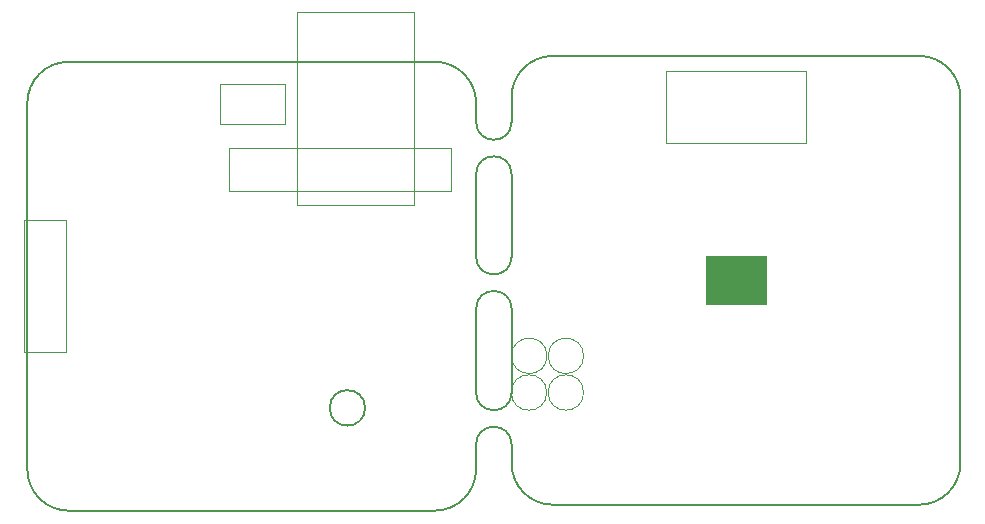
<source format=gbr>
%TF.GenerationSoftware,KiCad,Pcbnew,(5.1.8-0-10_14)*%
%TF.CreationDate,2021-08-18T13:43:03+02:00*%
%TF.ProjectId,ethersweep,65746865-7273-4776-9565-702e6b696361,2.0.1*%
%TF.SameCoordinates,Original*%
%TF.FileFunction,Other,User*%
%FSLAX46Y46*%
G04 Gerber Fmt 4.6, Leading zero omitted, Abs format (unit mm)*
G04 Created by KiCad (PCBNEW (5.1.8-0-10_14)) date 2021-08-18 13:43:03*
%MOMM*%
%LPD*%
G01*
G04 APERTURE LIST*
%TA.AperFunction,Profile*%
%ADD10C,0.150000*%
%TD*%
%ADD11C,0.050000*%
%ADD12C,0.010000*%
G04 APERTURE END LIST*
D10*
X198000000Y-81000000D02*
G75*
G02*
X201500000Y-84500000I0J-3500000D01*
G01*
X160500000Y-115500000D02*
X160500000Y-113900000D01*
X163500000Y-86600000D02*
X163500000Y-85000000D01*
X163500000Y-86600000D02*
G75*
G02*
X160500000Y-86600000I-1500000J0D01*
G01*
X163500000Y-115500000D02*
X163500000Y-113900000D01*
X160500000Y-86600000D02*
X160500000Y-85000000D01*
X160500000Y-113900000D02*
G75*
G02*
X163500000Y-113900000I1500000J0D01*
G01*
X163500000Y-98000000D02*
G75*
G02*
X160500000Y-98000000I-1500000J0D01*
G01*
X160500000Y-91000000D02*
G75*
G02*
X163500000Y-91000000I1500000J0D01*
G01*
X163500000Y-98000000D02*
X163500000Y-91000000D01*
X160500000Y-109500000D02*
X160500000Y-102400000D01*
X160500000Y-102400000D02*
G75*
G02*
X163500000Y-102400000I1500000J0D01*
G01*
X160500000Y-98000000D02*
X160500000Y-91000000D01*
X163500000Y-109500000D02*
X163500000Y-102400000D01*
X163500000Y-109500000D02*
G75*
G02*
X160500000Y-109500000I-1500000J0D01*
G01*
X160500000Y-116000000D02*
X160500000Y-115500000D01*
X163500000Y-84500000D02*
X163500000Y-85000000D01*
X151100000Y-110800000D02*
G75*
G03*
X151100000Y-110800000I-1500000J0D01*
G01*
X126000000Y-119500000D02*
G75*
G02*
X122500000Y-116000000I0J3500000D01*
G01*
X126000000Y-119500000D02*
X157000000Y-119500000D01*
X167000000Y-81000000D02*
X198000000Y-81000000D01*
X163500000Y-84500000D02*
G75*
G02*
X167000000Y-81000000I3500000J0D01*
G01*
X201500000Y-115500000D02*
G75*
G02*
X198000000Y-119000000I-3500000J0D01*
G01*
X167000000Y-119000000D02*
G75*
G02*
X163500000Y-115500000I0J3500000D01*
G01*
X167000000Y-119000000D02*
X198000000Y-119000000D01*
X201500000Y-115500000D02*
X201500000Y-84500000D01*
X122500000Y-85000000D02*
X122500000Y-116000000D01*
X160500000Y-116000000D02*
G75*
G02*
X157000000Y-119500000I-3500000J0D01*
G01*
X157000000Y-81500000D02*
G75*
G02*
X160500000Y-85000000I0J-3500000D01*
G01*
X122500000Y-85000000D02*
G75*
G02*
X126000000Y-81500000I3500000J0D01*
G01*
X157000000Y-81500000D02*
X126000000Y-81500000D01*
D11*
X145320000Y-93600000D02*
X145320000Y-77310000D01*
X145320000Y-77310000D02*
X155220000Y-77310000D01*
X155220000Y-77310000D02*
X155220000Y-93600000D01*
X155220000Y-93600000D02*
X145320000Y-93600000D01*
X122200000Y-94900000D02*
X125800000Y-94900000D01*
X122200000Y-106100000D02*
X122200000Y-94900000D01*
X125800000Y-106100000D02*
X122200000Y-106100000D01*
X125800000Y-94900000D02*
X125800000Y-106100000D01*
X176600000Y-82250000D02*
X188400000Y-82250000D01*
X176600000Y-88350000D02*
X176600000Y-82250000D01*
X188400000Y-88350000D02*
X176600000Y-88350000D01*
X188400000Y-82250000D02*
X188400000Y-88350000D01*
X144300000Y-86750000D02*
X144300000Y-83350000D01*
X138800000Y-86750000D02*
X144300000Y-86750000D01*
X138800000Y-83350000D02*
X138800000Y-86750000D01*
X144300000Y-83350000D02*
X138800000Y-83350000D01*
D12*
G36*
X179960000Y-102032000D02*
G01*
X185040000Y-102032000D01*
X185040000Y-97968000D01*
X179960000Y-97968000D01*
X179960000Y-102032000D01*
G37*
X179960000Y-102032000D02*
X185040000Y-102032000D01*
X185040000Y-97968000D01*
X179960000Y-97968000D01*
X179960000Y-102032000D01*
D11*
X166474999Y-109500000D02*
G75*
G03*
X166474999Y-109500000I-1500000J0D01*
G01*
X166500000Y-106400000D02*
G75*
G03*
X166500000Y-106400000I-1500000J0D01*
G01*
X169600000Y-109500000D02*
G75*
G03*
X169600000Y-109500000I-1500000J0D01*
G01*
X169600000Y-106400000D02*
G75*
G03*
X169600000Y-106400000I-1500000J0D01*
G01*
X158400000Y-88800000D02*
X158400000Y-92400000D01*
X139550000Y-88800000D02*
X158400000Y-88800000D01*
X139550000Y-92400000D02*
X139550000Y-88800000D01*
X158400000Y-92400000D02*
X139550000Y-92400000D01*
M02*

</source>
